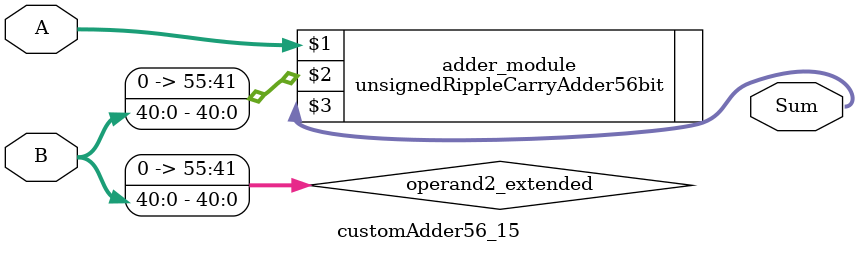
<source format=v>
module customAdder56_15(
                        input [55 : 0] A,
                        input [40 : 0] B,
                        
                        output [56 : 0] Sum
                );

        wire [55 : 0] operand2_extended;
        
        assign operand2_extended =  {15'b0, B};
        
        unsignedRippleCarryAdder56bit adder_module(
            A,
            operand2_extended,
            Sum
        );
        
        endmodule
        
</source>
